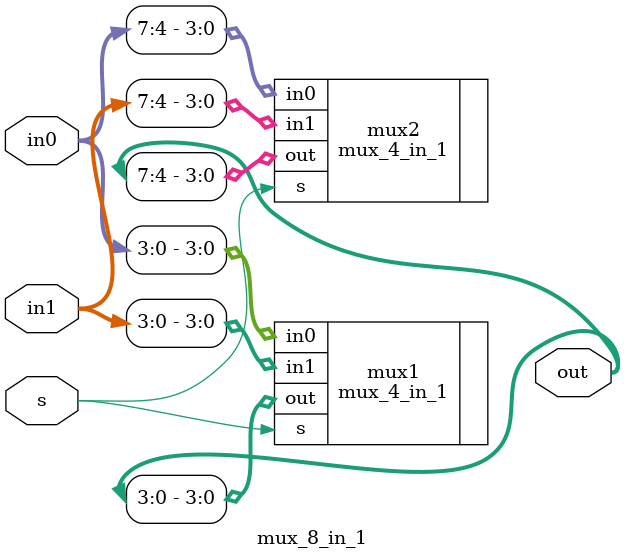
<source format=v>
module mux_8_in_1(in0, in1, s, out);
	input [7:0] in0, in1;
	input s;
	output [7:0] out;
	
	mux_4_in_1 mux1(
		.in0(in0[3:0]),
		.in1(in1[3:0]),
		.s(s),
		.out(out[3:0])
	);
	
	mux_4_in_1 mux2(
		.in0(in0[7:4]),
		.in1(in1[7:4]),
		.s(s),
		.out(out[7:4])
	);
	
endmodule
</source>
